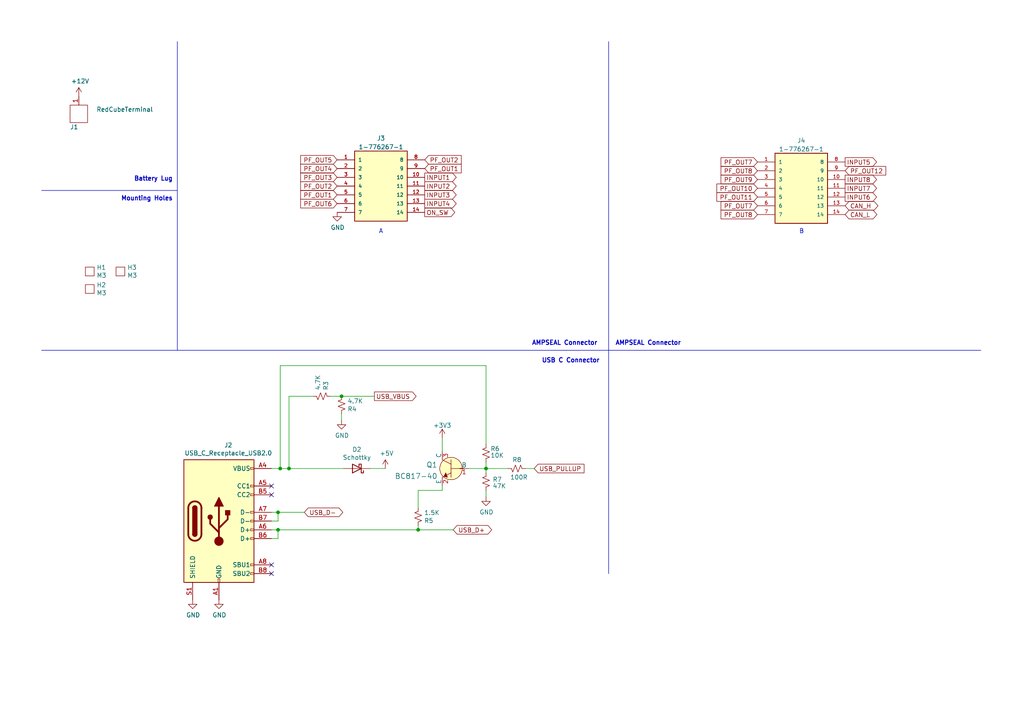
<source format=kicad_sch>
(kicad_sch (version 20230121) (generator eeschema)
  (paper "A4")
  (lib_symbols
    (symbol "AMPSeal:AMPSeal_14Pin" (pin_names (offset 1.016))
      (property "Reference" "J" (at -7.62 10.8204 0))
      (property "Value" "AMPSeal_14Pin" (at -7.62 -12.7 0))
      (symbol "AMPSeal_14Pin_0_0"
        (rectangle (start -7.62 10.16) (end 7.62 -10.16) (stroke (width 0.254)) (fill (type background)))
        (pin passive line (at -12.7 7.62 0) (length 5.08) (name "1") (number "1"))
        (pin passive line (at 12.7 2.54 180) (length 5.08) (name "10") (number "10"))
        (pin passive line (at 12.7 0 180) (length 5.08) (name "11") (number "11"))
        (pin passive line (at 12.7 -2.54 180) (length 5.08) (name "12") (number "12"))
        (pin passive line (at 12.7 -5.08 180) (length 5.08) (name "13") (number "13"))
        (pin passive line (at 12.7 -7.62 180) (length 5.08) (name "14") (number "14"))
        (pin passive line (at -12.7 5.08 0) (length 5.08) (name "2") (number "2"))
        (pin passive line (at -12.7 2.54 0) (length 5.08) (name "3") (number "3"))
        (pin passive line (at -12.7 0 0) (length 5.08) (name "4") (number "4"))
        (pin passive line (at -12.7 -2.54 0) (length 5.08) (name "5") (number "5"))
        (pin passive line (at -12.7 -5.08 0) (length 5.08) (name "6") (number "6"))
        (pin passive line (at -12.7 -7.62 0) (length 5.08) (name "7") (number "7"))
        (pin passive line (at 12.7 7.62 180) (length 5.08) (name "8") (number "8"))
        (pin passive line (at 12.7 5.08 180) (length 5.08) (name "9") (number "9"))
      )
    )
    (symbol "Connector:USB_C_Receptacle_USB2.0" (pin_names (offset 1.016))
      (property "Reference" "J" (at -10.16 19.05 0))
      (property "Value" "USB_C_Receptacle_USB2.0" (at 19.05 19.05 0))
      (symbol "USB_C_Receptacle_USB2.0_0_0"
        (rectangle (start -0.254 -17.78) (end 0.254 -16.764))
        (rectangle (start 10.16 -14.986) (end 9.144 -15.494))
        (rectangle (start 10.16 -12.446) (end 9.144 -12.954))
        (rectangle (start 10.16 -4.826) (end 9.144 -5.334))
        (rectangle (start 10.16 -2.286) (end 9.144 -2.794))
        (rectangle (start 10.16 0.254) (end 9.144 -0.254))
        (rectangle (start 10.16 2.794) (end 9.144 2.286))
        (rectangle (start 10.16 7.874) (end 9.144 7.366))
        (rectangle (start 10.16 10.414) (end 9.144 9.906))
        (rectangle (start 10.16 15.494) (end 9.144 14.986))
      )
      (symbol "USB_C_Receptacle_USB2.0_0_1"
        (rectangle (start -10.16 17.78) (end 10.16 -17.78) (stroke (width 0.254)) (fill (type background)))
        (arc (start -8.89 -3.81) (mid -6.985 -5.7067) (end -5.08 -3.81) (stroke (width 0.508)))
        (arc (start -7.62 -3.81) (mid -6.985 -4.4423) (end -6.35 -3.81) (stroke (width 0.254)))
        (arc (start -7.62 -3.81) (mid -6.985 -4.4423) (end -6.35 -3.81) (stroke (width 0.254)) (fill (type outline)))
        (rectangle (start -7.62 -3.81) (end -6.35 3.81) (stroke (width 0.254)) (fill (type outline)))
        (arc (start -6.35 3.81) (mid -6.985 4.4423) (end -7.62 3.81) (stroke (width 0.254)))
        (arc (start -6.35 3.81) (mid -6.985 4.4423) (end -7.62 3.81) (stroke (width 0.254)) (fill (type outline)))
        (arc (start -5.08 3.81) (mid -6.985 5.7067) (end -8.89 3.81) (stroke (width 0.508)))
        (circle (center -2.54 1.143) (radius 0.635) (stroke (width 0.254)) (fill (type outline)))
        (circle (center 0 -5.842) (radius 1.27) (fill (type outline)))
        (polyline (pts (xy -8.89 -3.81) (xy -8.89 3.81)) (stroke (width 0.508)))
        (polyline (pts (xy -5.08 3.81) (xy -5.08 -3.81)) (stroke (width 0.508)))
        (polyline (pts (xy 0 -5.842) (xy 0 4.318)) (stroke (width 0.508)))
        (polyline (pts (xy 0 -3.302) (xy -2.54 -0.762) (xy -2.54 0.508)) (stroke (width 0.508)))
        (polyline (pts (xy 0 -2.032) (xy 2.54 0.508) (xy 2.54 1.778)) (stroke (width 0.508)))
        (polyline (pts (xy -1.27 4.318) (xy 0 6.858) (xy 1.27 4.318) (xy -1.27 4.318)) (stroke (width 0.254)) (fill (type outline)))
        (rectangle (start 1.905 1.778) (end 3.175 3.048) (stroke (width 0.254)) (fill (type outline)))
      )
      (symbol "USB_C_Receptacle_USB2.0_1_1"
        (pin passive line (at 0 -22.86 90) (length 5.08) (name "GND") (number "A1"))
        (pin passive line (at 0 -22.86 90) (length 5.08) hide (name "GND") (number "A12"))
        (pin passive line (at 15.24 15.24 180) (length 5.08) (name "VBUS") (number "A4"))
        (pin bidirectional line (at 15.24 10.16 180) (length 5.08) (name "CC1") (number "A5"))
        (pin bidirectional line (at 15.24 -2.54 180) (length 5.08) (name "D+") (number "A6"))
        (pin bidirectional line (at 15.24 2.54 180) (length 5.08) (name "D-") (number "A7"))
        (pin bidirectional line (at 15.24 -12.7 180) (length 5.08) (name "SBU1") (number "A8"))
        (pin passive line (at 15.24 15.24 180) (length 5.08) hide (name "VBUS") (number "A9"))
        (pin passive line (at 0 -22.86 90) (length 5.08) hide (name "GND") (number "B1"))
        (pin passive line (at 0 -22.86 90) (length 5.08) hide (name "GND") (number "B12"))
        (pin passive line (at 15.24 15.24 180) (length 5.08) hide (name "VBUS") (number "B4"))
        (pin bidirectional line (at 15.24 7.62 180) (length 5.08) (name "CC2") (number "B5"))
        (pin bidirectional line (at 15.24 -5.08 180) (length 5.08) (name "D+") (number "B6"))
        (pin bidirectional line (at 15.24 0 180) (length 5.08) (name "D-") (number "B7"))
        (pin bidirectional line (at 15.24 -15.24 180) (length 5.08) (name "SBU2") (number "B8"))
        (pin passive line (at 15.24 15.24 180) (length 5.08) hide (name "VBUS") (number "B9"))
        (pin passive line (at -7.62 -22.86 90) (length 5.08) (name "SHIELD") (number "S1"))
      )
    )
    (symbol "Device:D_Schottky" (pin_numbers hide) (pin_names (offset 1.016) hide)
      (property "Reference" "D" (at 0 2.54 0))
      (property "Value" "D_Schottky" (at 0 -2.54 0))
      (symbol "D_Schottky_0_1"
        (polyline (pts (xy 1.27 0) (xy -1.27 0)))
        (polyline (pts (xy 1.27 1.27) (xy 1.27 -1.27) (xy -1.27 0) (xy 1.27 1.27)) (stroke (width 0.254)))
        (polyline (pts (xy -1.905 0.635) (xy -1.905 1.27) (xy -1.27 1.27) (xy -1.27 -1.27) (xy -0.635 -1.27) (xy -0.635 -0.635)) (stroke (width 0.254)))
      )
      (symbol "D_Schottky_1_1"
        (pin passive line (at -3.81 0 0) (length 2.54) (name "K") (number "1"))
        (pin passive line (at 3.81 0 180) (length 2.54) (name "A") (number "2"))
      )
    )
    (symbol "Device:R_Small_US" (pin_numbers hide) (pin_names (offset 0.254) hide)
      (property "Reference" "R" (at 0.762 0.508 0))
      (property "Value" "R_Small_US" (at 0.762 -1.016 0))
      (symbol "R_Small_US_1_1"
        (polyline (pts (xy 0 0) (xy 1.016 -0.381) (xy 0 -0.762) (xy -1.016 -1.143) (xy 0 -1.524)))
        (polyline (pts (xy 0 1.524) (xy 1.016 1.143) (xy 0 0.762) (xy -1.016 0.381) (xy 0 0)))
        (pin passive line (at 0 2.54 270) (length 1.016) (name "~") (number "1"))
        (pin passive line (at 0 -2.54 90) (length 1.016) (name "~") (number "2"))
      )
    )
    (symbol "DingoPDM-rescue:M3-MountingHoles" (pin_names (offset 1.016))
      (property "Reference" "H" (at 0 2.54 0))
      (property "Value" "M3-MountingHoles" (at 0 -2.54 0))
      (symbol "M3-MountingHoles_0_1"
        (rectangle (start -1.27 1.27) (end 1.27 -1.27))
      )
    )
    (symbol "RedCube:RedCubeTerminal" (pin_names (offset 1.016))
      (property "Reference" "J" (at 0 3.81 0))
      (property "Value" "RedCube_RedCubeTerminal" (at 1.27 -3.81 0))
      (symbol "RedCubeTerminal_0_1"
        (rectangle (start -1.27 -2.54) (end 3.81 2.54))
      )
      (symbol "RedCubeTerminal_1_1"
        (pin bidirectional line (at -3.81 0 0) (length 2.54) (name "~") (number "1"))
      )
    )
    (symbol "dk_Transistors-Bipolar-BJT-Single:BC817-40_215" (pin_names (offset 0))
      (property "Reference" "Q" (at -3.2004 4.2164 0))
      (property "Value" "BC817-40_215" (at 5.2324 0 90))
      (symbol "BC817-40_215_0_1"
        (polyline (pts (xy -3.81 0) (xy -2.54 0)))
        (polyline (pts (xy -3.556 0) (xy 0 0)))
        (polyline (pts (xy 0 -1.27) (xy 2.54 -2.54)))
        (polyline (pts (xy 0 1.27) (xy 2.54 2.54)))
        (polyline (pts (xy 0 2.54) (xy 0 -2.54)))
        (polyline (pts (xy 1.524 -1.27) (xy 2.032 -2.286) (xy 1.016 -2.54) (xy 1.524 -1.27)) (fill (type outline)))
        (circle (center 0 0) (radius 3.2512) (fill (type background)))
      )
      (symbol "BC817-40_215_1_1"
        (pin input line (at -5.08 0 0) (length 2.54) (name "B") (number "1"))
        (pin passive line (at 2.54 -5.08 90) (length 2.54) (name "E") (number "2"))
        (pin passive line (at 2.54 5.08 270) (length 2.54) (name "C") (number "3"))
      )
    )
    (symbol "power:+12V" (power) (pin_names (offset 0))
      (property "Value" "+12V" (at 0 3.556 0))
      (symbol "+12V_0_1"
        (polyline (pts (xy -0.762 1.27) (xy 0 2.54)))
        (polyline (pts (xy 0 0) (xy 0 2.54)))
        (polyline (pts (xy 0 2.54) (xy 0.762 1.27)))
      )
      (symbol "+12V_1_1"
        (pin power_in line (at 0 0 90) (length 0) hide (name "+12V") (number "1"))
      )
    )
    (symbol "power:+3V3" (power) (pin_names (offset 0))
      (property "Value" "+3V3" (at 0 3.556 0))
      (symbol "+3V3_0_1"
        (polyline (pts (xy -0.762 1.27) (xy 0 2.54)))
        (polyline (pts (xy 0 0) (xy 0 2.54)))
        (polyline (pts (xy 0 2.54) (xy 0.762 1.27)))
      )
      (symbol "+3V3_1_1"
        (pin power_in line (at 0 0 90) (length 0) hide (name "+3V3") (number "1"))
      )
    )
    (symbol "power:+5V" (power) (pin_names (offset 0))
      (property "Value" "+5V" (at 0 3.556 0))
      (symbol "+5V_0_1"
        (polyline (pts (xy -0.762 1.27) (xy 0 2.54)))
        (polyline (pts (xy 0 0) (xy 0 2.54)))
        (polyline (pts (xy 0 2.54) (xy 0.762 1.27)))
      )
      (symbol "+5V_1_1"
        (pin power_in line (at 0 0 90) (length 0) hide (name "+5V") (number "1"))
      )
    )
    (symbol "power:GND" (power) (pin_names (offset 0))
      (property "Value" "GND" (at 0 -3.81 0))
      (symbol "GND_0_1"
        (polyline (pts (xy 0 0) (xy 0 -1.27) (xy 1.27 -1.27) (xy 0 -2.54) (xy -1.27 -1.27) (xy 0 -1.27)))
      )
      (symbol "GND_1_1"
        (pin power_in line (at 0 0 270) (length 0) hide (name "GND") (number "1"))
      )
    )
  )
  (junction (at 80.645 148.59))
  (junction (at 99.06 114.935))
  (junction (at 121.285 153.67))
  (junction (at 83.82 135.89))
  (junction (at 80.645 153.67))
  (junction (at 81.28 135.89))
  (junction (at 140.97 135.89))
  (no_connect (at 78.74 163.83))
  (no_connect (at 78.74 143.51))
  (no_connect (at 78.74 166.37))
  (no_connect (at 78.74 140.97))
  (wire (pts (xy 152.4 135.89) (xy 154.94 135.89)))
  (wire (pts (xy 80.645 153.67) (xy 121.285 153.67)))
  (wire (pts (xy 81.28 135.89) (xy 83.82 135.89)))
  (wire (pts (xy 99.06 114.935) (xy 108.585 114.935)))
  (wire (pts (xy 140.97 106.045) (xy 140.97 128.905)))
  (polyline (pts (xy 12.065 101.6) (xy 284.48 101.6)))
  (wire (pts (xy 111.76 135.89) (xy 107.315 135.89)))
  (polyline (pts (xy 176.53 12.065) (xy 176.53 166.37)))
  (wire (pts (xy 128.27 142.24) (xy 128.27 140.97)))
  (wire (pts (xy 99.06 120.015) (xy 99.06 121.92)))
  (wire (pts (xy 140.97 135.89) (xy 147.32 135.89)))
  (wire (pts (xy 78.74 156.21) (xy 80.645 156.21)))
  (wire (pts (xy 121.285 152.4) (xy 121.285 153.67)))
  (wire (pts (xy 78.74 135.89) (xy 81.28 135.89)))
  (wire (pts (xy 121.285 153.67) (xy 131.445 153.67)))
  (wire (pts (xy 90.805 114.935) (xy 83.82 114.935)))
  (polyline (pts (xy 51.435 55.245) (xy 12.065 55.245)))
  (wire (pts (xy 140.97 142.24) (xy 140.97 144.145)))
  (wire (pts (xy 140.97 133.985) (xy 140.97 135.89)))
  (wire (pts (xy 78.74 153.67) (xy 80.645 153.67)))
  (wire (pts (xy 80.645 148.59) (xy 88.265 148.59)))
  (wire (pts (xy 95.885 114.935) (xy 99.06 114.935)))
  (wire (pts (xy 80.645 156.21) (xy 80.645 153.67)))
  (wire (pts (xy 135.89 135.89) (xy 140.97 135.89)))
  (wire (pts (xy 81.28 106.045) (xy 81.28 135.89)))
  (wire (pts (xy 128.27 127) (xy 128.27 130.81)))
  (wire (pts (xy 140.97 135.89) (xy 140.97 137.16)))
  (wire (pts (xy 83.82 114.935) (xy 83.82 135.89)))
  (polyline (pts (xy 51.435 101.6) (xy 51.435 12.065)))
  (wire (pts (xy 121.285 142.24) (xy 128.27 142.24)))
  (wire (pts (xy 80.645 151.13) (xy 80.645 148.59)))
  (wire (pts (xy 78.74 151.13) (xy 80.645 151.13)))
  (wire (pts (xy 140.97 106.045) (xy 81.28 106.045)))
  (wire (pts (xy 83.82 135.89) (xy 99.695 135.89)))
  (wire (pts (xy 121.285 142.24) (xy 121.285 147.32)))
  (wire (pts (xy 78.74 148.59) (xy 80.645 148.59)))
  (text "B" (at 231.775 67.945 0) (effects (font (size 1.27 1.27)) (justify left bottom)))
  (text "A" (at 109.855 67.945 0) (effects (font (size 1.27 1.27)) (justify left bottom)))
  (text "AMPSEAL Connector" (at 178.435 100.33 0) (effects (font (size 1.27 1.27) (thickness 0.254) bold) (justify left bottom)))
  (text "Battery Lug" (at 50.165 52.705 0) (effects (font (size 1.27 1.27) (thickness 0.254) bold) (justify right bottom)))
  (text "USB C Connector" (at 173.99 105.41 0) (effects (font (size 1.27 1.27) (thickness 0.254) bold) (justify right bottom)))
  (text "Mounting Holes" (at 50.165 58.42 0) (effects (font (size 1.27 1.27) (thickness 0.254) bold) (justify right bottom)))
  (text "AMPSEAL Connector" (at 173.355 100.33 0) (effects (font (size 1.27 1.27) (thickness 0.254) bold) (justify right bottom)))
  (global_label "PF_OUT3" (shape input) (at 97.79 51.435 180) (property "Intersheetrefs" "${INTERSHEET_REFS}" (effects hide)))
  (global_label "PF_OUT12" (shape input) (at 245.11 49.53 0) (property "Intersheetrefs" "${INTERSHEET_REFS}" (effects hide)))
  (global_label "INPUT5" (shape output) (at 245.11 46.99 0) (property "Intersheetrefs" "${INTERSHEET_REFS}" (effects hide)))
  (global_label "ON_SW" (shape output) (at 123.19 61.595 0) (property "Intersheetrefs" "${INTERSHEET_REFS}" (effects hide)))
  (global_label "PF_OUT4" (shape input) (at 97.79 48.895 180) (property "Intersheetrefs" "${INTERSHEET_REFS}" (effects hide)))
  (global_label "INPUT2" (shape output) (at 123.19 53.975 0) (property "Intersheetrefs" "${INTERSHEET_REFS}" (effects hide)))
  (global_label "PF_OUT8" (shape input) (at 219.71 49.53 180) (property "Intersheetrefs" "${INTERSHEET_REFS}" (effects hide)))
  (global_label "INPUT1" (shape output) (at 123.19 51.435 0) (property "Intersheetrefs" "${INTERSHEET_REFS}" (effects hide)))
  (global_label "PF_OUT9" (shape input) (at 219.71 52.07 180) (property "Intersheetrefs" "${INTERSHEET_REFS}" (effects hide)))
  (global_label "PF_OUT5" (shape input) (at 97.79 46.355 180) (property "Intersheetrefs" "${INTERSHEET_REFS}" (effects hide)))
  (global_label "USB_D-" (shape bidirectional) (at 88.265 148.59 0) (property "Intersheetrefs" "${INTERSHEET_REFS}" (effects hide)))
  (global_label "INPUT8" (shape output) (at 245.11 52.07 0) (property "Intersheetrefs" "${INTERSHEET_REFS}" (effects hide)))
  (global_label "PF_OUT10" (shape input) (at 219.71 54.61 180) (property "Intersheetrefs" "${INTERSHEET_REFS}" (effects hide)))
  (global_label "CAN_L" (shape bidirectional) (at 245.11 62.23 0) (property "Intersheetrefs" "${INTERSHEET_REFS}" (effects hide)))
  (global_label "PF_OUT1" (shape input) (at 123.19 48.895 0) (property "Intersheetrefs" "${INTERSHEET_REFS}" (effects hide)))
  (global_label "PF_OUT2" (shape input) (at 97.79 53.975 180) (property "Intersheetrefs" "${INTERSHEET_REFS}" (effects hide)))
  (global_label "INPUT4" (shape output) (at 123.19 59.055 0) (property "Intersheetrefs" "${INTERSHEET_REFS}" (effects hide)))
  (global_label "USB_PULLUP" (shape input) (at 154.94 135.89 0) (property "Intersheetrefs" "${INTERSHEET_REFS}" (effects hide)))
  (global_label "PF_OUT2" (shape input) (at 123.19 46.355 0) (property "Intersheetrefs" "${INTERSHEET_REFS}" (effects hide)))
  (global_label "PF_OUT6" (shape input) (at 97.79 59.055 180) (property "Intersheetrefs" "${INTERSHEET_REFS}" (effects hide)))
  (global_label "USB_D+" (shape bidirectional) (at 131.445 153.67 0) (property "Intersheetrefs" "${INTERSHEET_REFS}" (effects hide)))
  (global_label "PF_OUT1" (shape input) (at 97.79 56.515 180) (property "Intersheetrefs" "${INTERSHEET_REFS}" (effects hide)))
  (global_label "PF_OUT11" (shape input) (at 219.71 57.15 180) (property "Intersheetrefs" "${INTERSHEET_REFS}" (effects hide)))
  (global_label "PF_OUT7" (shape input) (at 219.71 46.99 180) (property "Intersheetrefs" "${INTERSHEET_REFS}" (effects hide)))
  (global_label "USB_VBUS" (shape output) (at 108.585 114.935 0) (property "Intersheetrefs" "${INTERSHEET_REFS}" (effects hide)))
  (global_label "INPUT7" (shape output) (at 245.11 54.61 0) (property "Intersheetrefs" "${INTERSHEET_REFS}" (effects hide)))
  (global_label "PF_OUT7" (shape input) (at 219.71 59.69 180) (property "Intersheetrefs" "${INTERSHEET_REFS}" (effects hide)))
  (global_label "INPUT6" (shape output) (at 245.11 57.15 0) (property "Intersheetrefs" "${INTERSHEET_REFS}" (effects hide)))
  (global_label "CAN_H" (shape bidirectional) (at 245.11 59.69 0) (property "Intersheetrefs" "${INTERSHEET_REFS}" (effects hide)))
  (global_label "PF_OUT8" (shape input) (at 219.71 62.23 180) (property "Intersheetrefs" "${INTERSHEET_REFS}" (effects hide)))
  (global_label "INPUT3" (shape output) (at 123.19 56.515 0) (property "Intersheetrefs" "${INTERSHEET_REFS}" (effects hide)))
  (symbol (lib_id "RedCube:RedCubeTerminal") (at 22.86 31.75 270) (unit 1)
    (property "Reference" "J1" (at 20.32 36.83 90) (effects (justify left)))
    (property "Value" "RedCubeTerminal" (at 27.94 31.75 90) (effects (justify left)))
    (property "Footprint" "RedCube:M6_Hole_8Pin_7461084" (effects hide))
    (property "Digi-Key_PN" "732-3203-ND" (effects hide))
  )
  (symbol (lib_id "power:+12V") (at 22.86 27.94 0) (unit 1)
    (property "Reference" "#PWR05" (effects hide))
    (property "Value" "+12V" (at 23.241 23.5458 0))
  )
  (symbol (lib_id "power:+5V") (at 111.76 135.89 0) (unit 1)
    (property "Reference" "#PWR010" (effects hide))
    (property "Value" "+5V" (at 112.141 131.4958 0))
  )
  (symbol (lib_id "Device:D_Schottky") (at 103.505 135.89 180) (unit 1)
    (property "Reference" "D2" (at 103.505 130.3782 0))
    (property "Value" "Schottky" (at 103.505 132.6896 0))
    (property "Footprint" "Diode_SMD:D_SOD-123" (effects hide))
    (property "Digi-Key_PN" "1727-2394-1-ND" (effects hide))
  )
  (symbol (lib_id "power:GND") (at 55.88 173.99 0) (unit 1)
    (property "Reference" "#PWR06" (effects hide))
    (property "Value" "GND" (at 56.007 178.3842 0))
  )
  (symbol (lib_id "power:GND") (at 63.5 173.99 0) (unit 1)
    (property "Reference" "#PWR07" (effects hide))
    (property "Value" "GND" (at 63.627 178.3842 0))
  )
  (symbol (lib_id "DingoPDM-rescue:M3-MountingHoles") (at 26.035 78.74 0) (unit 1)
    (property "Reference" "H1" (at 28.0162 77.5716 0) (effects (justify left)))
    (property "Value" "M3" (at 28.0162 79.883 0) (effects (justify left)))
    (property "Footprint" "MountingHole:MountingHole_3mm_Pad" (effects hide))
  )
  (symbol (lib_id "DingoPDM-rescue:M3-MountingHoles") (at 34.925 78.74 0) (unit 1)
    (property "Reference" "H3" (at 36.9062 77.5716 0) (effects (justify left)))
    (property "Value" "M3" (at 36.9062 79.883 0) (effects (justify left)))
    (property "Footprint" "MountingHole:MountingHole_3mm_Pad" (effects hide))
  )
  (symbol (lib_id "Device:R_Small_US") (at 121.285 149.86 0) (mirror x) (unit 1)
    (property "Reference" "R5" (at 123.0122 151.0284 0) (effects (justify left)))
    (property "Value" "1.5K" (at 123.0122 148.717 0) (effects (justify left)))
    (property "Footprint" "Resistor_SMD:R_0805_2012Metric" (effects hide))
    (property "Digi-Key_PN" "311-1.50KCRCT-ND" (effects hide))
  )
  (symbol (lib_id "Device:R_Small_US") (at 99.06 117.475 0) (mirror x) (unit 1)
    (property "Reference" "R4" (at 100.7872 118.6434 0) (effects (justify left)))
    (property "Value" "4.7K" (at 100.7872 116.332 0) (effects (justify left)))
    (property "Footprint" "Resistor_SMD:R_0805_2012Metric" (effects hide))
    (property "Digi-Key_PN" "311-4.70KCRCT-ND" (effects hide))
  )
  (symbol (lib_id "Device:R_Small_US") (at 93.345 114.935 270) (mirror x) (unit 1)
    (property "Reference" "R3" (at 94.5134 113.2078 0) (effects (justify left)))
    (property "Value" "4.7K" (at 92.202 113.2078 0) (effects (justify left)))
    (property "Footprint" "Resistor_SMD:R_0805_2012Metric" (effects hide))
    (property "Digi-Key_PN" "311-4.70KCRCT-ND" (effects hide))
  )
  (symbol (lib_id "power:GND") (at 99.06 121.92 0) (unit 1)
    (property "Reference" "#PWR09" (effects hide))
    (property "Value" "GND" (at 99.187 126.3142 0))
  )
  (symbol (lib_id "Connector:USB_C_Receptacle_USB2.0") (at 63.5 151.13 0) (unit 1)
    (property "Reference" "J2" (at 66.2178 129.1082 0))
    (property "Value" "USB_C_Receptacle_USB2.0" (at 66.2178 131.4196 0))
    (property "Footprint" "Connector_USB:USB_C_Receptacle_GCT_USB4085" (effects hide))
    (property "Datasheet" "https://www.usb.org/sites/default/files/documents/usb_type-c.zip" (effects hide))
    (property "Digi-Key_PN" "2073-USB4085-GF-ACT-ND" (effects hide))
  )
  (symbol (lib_id "power:GND") (at 97.79 61.595 0) (unit 1)
    (property "Reference" "#PWR08" (effects hide))
    (property "Value" "GND" (at 97.917 65.9892 0))
  )
  (symbol (lib_id "DingoPDM-rescue:M3-MountingHoles") (at 26.035 83.82 0) (unit 1)
    (property "Reference" "H2" (at 28.0162 82.6516 0) (effects (justify left)))
    (property "Value" "M3" (at 28.0162 84.963 0) (effects (justify left)))
    (property "Footprint" "MountingHole:MountingHole_3mm_Pad" (effects hide))
  )
  (symbol (lib_id "AMPSeal:AMPSeal_14Pin") (at 110.49 53.975 0) (unit 1)
    (property "Reference" "J3" (at 110.49 40.1152 0))
    (property "Value" "1-776267-1" (at 110.49 42.6521 0))
    (property "Footprint" "AMPSeal:AMPSeal_14Pin_Horiz_NoHoles" (effects hide))
    (property "Digi-Key_PN" "A142413-ND" (effects hide))
  )
  (symbol (lib_id "Device:R_Small_US") (at 140.97 139.7 0) (mirror x) (unit 1)
    (property "Reference" "R7" (at 142.875 139.065 0) (effects (justify left)))
    (property "Value" "47K" (at 142.875 140.97 0) (effects (justify left)))
    (property "Footprint" "Resistor_SMD:R_0805_2012Metric" (effects hide))
    (property "Digi-Key_PN" "311-4.70KCRCT-ND" (effects hide))
  )
  (symbol (lib_id "dk_Transistors-Bipolar-BJT-Single:BC817-40_215") (at 130.81 135.89 0) (mirror y) (unit 1)
    (property "Reference" "Q1" (at 126.9239 134.8253 0) (effects (font (size 1.524 1.524)) (justify left)))
    (property "Value" "BC817-40" (at 126.9239 138.1043 0) (effects (font (size 1.524 1.524)) (justify left)))
    (property "Footprint" "digikey-footprints:SOT-23-3" (effects hide))
    (property "Datasheet" "https://assets.nexperia.com/documents/data-sheet/BC817_SER.pdf" (effects hide))
    (property "Digi-Key_PN" "1727-2919-1-ND" (effects hide))
    (property "MPN" "BC817-40,215" (effects hide))
    (property "Category" "Discrete Semiconductor Products" (effects hide))
    (property "Family" "Transistors - Bipolar (BJT) - Single" (effects hide))
    (property "DK_Datasheet_Link" "https://assets.nexperia.com/documents/data-sheet/BC817_SER.pdf" (effects hide))
    (property "DK_Detail_Page" "/product-detail/en/nexperia-usa-inc/BC817-40,215/1727-2919-1-ND/763458" (effects hide))
    (property "Description" "TRANS NPN 45V 0.5A SOT23" (effects hide))
    (property "Manufacturer" "Nexperia USA Inc." (effects hide))
    (property "Status" "Active" (effects hide))
  )
  (symbol (lib_id "power:GND") (at 140.97 144.145 0) (unit 1)
    (property "Reference" "#PWR012" (effects hide))
    (property "Value" "GND" (at 141.097 148.5392 0))
  )
  (symbol (lib_id "AMPSeal:AMPSeal_14Pin") (at 232.41 54.61 0) (unit 1)
    (property "Reference" "J4" (at 232.41 40.7502 0))
    (property "Value" "1-776267-1" (at 232.41 43.2871 0))
    (property "Footprint" "AMPSeal:AMPSeal_14Pin_Horiz_NoHoles" (effects hide))
    (property "Digi-Key_PN" "A142413-ND" (effects hide))
  )
  (symbol (lib_id "power:+3V3") (at 128.27 127 0) (unit 1)
    (property "Reference" "#PWR011" (effects hide))
    (property "Value" "+3V3" (at 128.27 123.3955 0))
  )
  (symbol (lib_id "Device:R_Small_US") (at 140.97 131.445 0) (mirror x) (unit 1)
    (property "Reference" "R6" (at 142.24 130.175 0) (effects (justify left)))
    (property "Value" "10K" (at 142.24 132.08 0) (effects (justify left)))
    (property "Footprint" "Resistor_SMD:R_0805_2012Metric" (effects hide))
    (property "Digi-Key_PN" "311-4.70KCRCT-ND" (effects hide))
  )
  (symbol (lib_id "Device:R_Small_US") (at 149.86 135.89 270) (mirror x) (unit 1)
    (property "Reference" "R8" (at 148.59 133.35 90) (effects (justify left)))
    (property "Value" "100R" (at 147.955 138.43 90) (effects (justify left)))
    (property "Footprint" "Resistor_SMD:R_0805_2012Metric" (effects hide))
    (property "Digi-Key_PN" "311-100CRCT-ND" (effects hide))
  )
)
</source>
